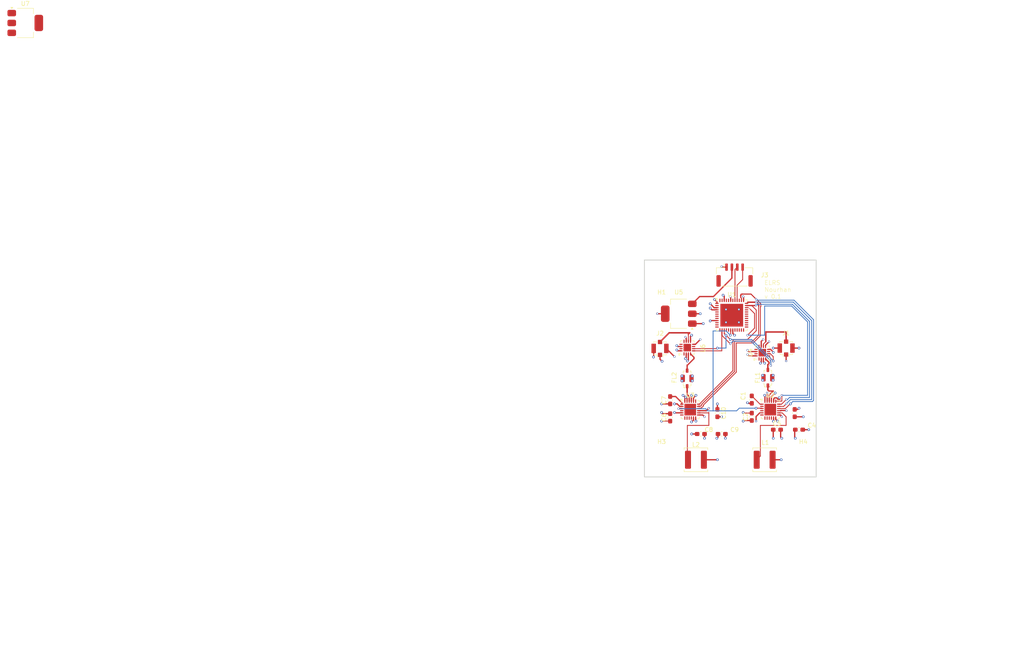
<source format=kicad_pcb>
(kicad_pcb (version 20241229) (generator "pcbnew") (generator_version "9.0")
  (layers (0 "F.Cu" signal) (4 "In1.Cu" signal) (6 "In2.Cu" signal) (2 "B.Cu" signal) (13 "F.Paste" user) (15 "B.Paste" user) (5 "F.SilkS" user "F.Silkscreen") (7 "B.SilkS" user "B.Silkscreen") (1 "F.Mask" user) (3 "B.Mask" user) (25 "Edge.Cuts" user))
  (net 0 "")
  (net 1 "Net-(FL1-IN)")
  (net 2 "Net-(FL1-OUT)")
  (net 4 "/RXEN1")
  (net 5 "+3.3V")
  (net 16 "/TX")
  (net 17 "/TXENO")
  (net 18 "/CS1")
  (net 20 "/CSO")
  (net 21 "/SCK")
  (net 27 "GND")
  (net 28 "/MISO")
  (net 29 "/RXENO")
  (net 31 "/TXEN1")
  (net 35 "/RX")
  (net 41 "/MOSI")
  (net 44 "Net-(U2-VR_PA)")
  (net 45 "Net-(U3-VR_PA)")
  (net 46 "Net-(FL2-IN)")
  (net 47 "Net-(FL2-OUT)")
  (net 48 "Net-(J1-In)")
  (net 49 "Net-(J2-In)")
  (net 50 "/VCC")
  (net 51 "Net-(U2-DCC_SW)")
  (net 52 "Net-(U3-DCC_SW)")
  (net 54 "/NRESET")
  (net 59 "Net-(U2-XTA)")
  (net 62 "/CS0")
  (net 63 "Net-(U3-XTA)")
  (footprint "Package_DFN_QFN:QFN-48-1EP_7x7mm_P0.5mm_EP5.3x5.3mm" (layer "F.Cu") (at 168.939 71.75055)
    (property "Reference" "U1")
    (property "Value" "ESP32-PICO-D4" (hide yes))
  )
  (footprint "Capacitor_SMD:C_0603_1608Metric_Pad1.08x0.95mm_HandSolder" (layer "F.Cu") (at 173.599 91.41055 90)
    (property "Reference" "C1")
    (property "Value" "10nF" (hide yes))
  )
  (footprint "Inductor_SMD:L_APV_ANR5045" (layer "F.Cu") (at 176.599 105.41055)
    (property "Reference" "L1")
    (property "Value" "15uH MPL-SES5040-150" (hide yes))
  )
  (footprint "Capacitor_SMD:C_0603_1608Metric_Pad1.08x0.95mm_HandSolder" (layer "F.Cu") (at 166.599 99.41055 180)
    (property "Reference" "C9")
    (property "Value" "100nF" (hide yes))
  )
  (footprint "MountingHole:MountingHole_3.2mm_M3" (layer "F.Cu") (at 152.599 105.41055)
    (property "Reference" "H3")
    (property "Value" "MountingHole" (hide yes))
  )
  (footprint "Capacitor_SMD:C_0603_1608Metric_Pad1.08x0.95mm_HandSolder" (layer "F.Cu") (at 184.599 98.41055 180)
    (property "Reference" "C4")
    (property "Value" "100nF" (hide yes))
  )
  (footprint "Capacitor_SMD:C_0603_1608Metric_Pad1.08x0.95mm_HandSolder" (layer "F.Cu") (at 154.599 95.54805 90)
    (property "Reference" "C6")
    (property "Value" "10nF" (hide yes))
  )
  (footprint "Capacitor_SMD:C_0603_1608Metric_Pad1.08x0.95mm_HandSolder" (layer "F.Cu") (at 165.599 94.54805 -90)
    (property "Reference" "C10")
    (property "Value" "100nF" (hide yes))
  )
  (footprint "MountingHole:MountingHole_3.2mm_M3" (layer "F.Cu") (at 184.599 62.41055)
    (property "Reference" "H2" (hide yes))
    (property "Value" "MountingHole" (hide yes))
  )
  (footprint "Package_DFN_QFN:QFN-16-1EP_3x3mm_P0.5mm_EP1.75x1.75mm" (layer "F.Cu") (at 176.059 80.47055 90)
    (property "Reference" "U4")
    (property "Value" "~")
  )
  (footprint "Filter:Filter_Mini-Circuits_FV1206-4" (layer "F.Cu") (at 158.549 86.47305 90)
    (property "Reference" "FL2")
    (property "Value" "BFCN-2450" (hide yes))
  )
  (footprint "MountingHole:MountingHole_3.2mm_M3" (layer "F.Cu") (at 152.599 62.41055)
    (property "Reference" "H1")
    (property "Value" "MountingHole" (hide yes))
  )
  (footprint "Connector_Coaxial:U.FL_Molex_MCRF_73412-0110_Vertical" (layer "F.Cu") (at 152.2365 79.48555 180)
    (property "Reference" "J2")
    (property "Value" "Conn_Coaxial" (hide yes))
  )
  (footprint "Package_TO_SOT_SMD:SOT-223-3_TabPin2" (layer "F.Cu") (at 156.599 71.41055 180)
    (property "Reference" "U5")
    (property "Value" "LM1117MP-3.3" (hide yes))
  )
  (footprint "Connector_Coaxial:U.FL_Molex_MCRF_73412-0110_Vertical" (layer "F.Cu") (at 181.599 79.41055 180)
    (property "Reference" "J1")
    (property "Value" "Conn_Coaxial" (hide yes))
  )
  (footprint "Capacitor_SMD:C_0603_1608Metric_Pad1.08x0.95mm_HandSolder" (layer "F.Cu") (at 179.4615 98.41055)
    (property "Reference" "C5")
    (property "Value" "470nF" (hide yes))
  )
  (footprint "Package_TO_SOT_SMD:SOT-223-3_TabPin2" (layer "F.Cu") (at 4.425 3.7)
    (property "Reference" "U7")
    (property "Value" "LM1117MP-3.3")
  )
  (footprint "Capacitor_SMD:C_0603_1608Metric_Pad1.08x0.95mm_HandSolder" (layer "F.Cu") (at 154.599 91.54805 90)
    (property "Reference" "C7")
    (property "Value" "10nF" (hide yes))
  )
  (footprint "Connector_JST:JST_GH_SM04B-GHS-TB_1x04-1MP_P1.25mm_Horizontal" (layer "F.Cu") (at 169.599 62.41055)
    (property "Reference" "J3")
    (property "Value" "Conn_01x04_Pin" (hide yes))
  )
  (footprint "Package_DFN_QFN:QFN-24-1EP_4x4mm_P0.5mm_EP2.7x2.7mm" (layer "F.Cu") (at 177.924 93.73555)
    (property "Reference" "U2")
    (property "Value" "~")
  )
  (footprint "Inductor_SMD:L_APV_ANR5045" (layer "F.Cu") (at 160.599 105.41055)
    (property "Reference" "L2")
    (property "Value" "15uH MPL-SE5040-150" (hide yes))
  )
  (footprint "MountingHole:MountingHole_3.2mm_M3" (layer "F.Cu") (at 184.599 105.41055)
    (property "Reference" "H4")
    (property "Value" "MountingHole" (hide yes))
  )
  (footprint "Capacitor_SMD:C_0603_1608Metric_Pad1.08x0.95mm_HandSolder" (layer "F.Cu") (at 183.599 94.54805 90)
    (property "Reference" "C3" (hide yes))
    (property "Value" "100nF" (hide yes))
  )
  (footprint "Capacitor_SMD:C_0603_1608Metric_Pad1.08x0.95mm_HandSolder" (layer "F.Cu") (at 173.599 95.41055 90)
    (property "Reference" "C2")
    (property "Value" "10nF" (hide yes))
  )
  (footprint "Package_DFN_QFN:QFN-16-1EP_3x3mm_P0.5mm_EP1.75x1.75mm" (layer "F.Cu") (at 158.584 79.29555 90)
    (property "Reference" "U6")
    (property "Value" "~")
  )
  (footprint "Capacitor_SMD:C_0603_1608Metric_Pad1.08x0.95mm_HandSolder" (layer "F.Cu") (at 161.7365 99.41055)
    (property "Reference" "C8")
    (property "Value" "470nF" (hide yes))
  )
  (footprint "Filter:Filter_Mini-Circuits_FV1206-4" (layer "F.Cu") (at 177.349 86.31055 90)
    (property "Reference" "FL1")
    (property "Value" "BFCN-2450" (hide yes))
  )
  (footprint "Package_DFN_QFN:QFN-24-1EP_4x4mm_P0.5mm_EP2.7x2.7mm" (layer "F.Cu") (at 159.274 93.73555)
    (property "Reference" "U3")
    (property "Value" "~")
  )
  (gr_rect (start 148.599 58.91055) (end 188.599 109.41055) (stroke (width 0.2)) (fill no) (layer "Edge.Cuts"))
  (gr_text "ELRS\nNourhan\nv 0.1" (at 176.5 68 0) (layer "F.SilkS") (effects (font (size 1 1) (thickness 0.1)) (justify left bottom)))
  (segment (start 177.674 90.33555) (end 178.599 89.41055) (width 0.3) (layer "F.Cu") (net 1))
  (segment (start 177.349 88.12555) (end 177.349 88.41055) (width 0.35) (layer "F.Cu") (net 1))
  (segment (start 177.674 91.77305) (end 177.674 90.33555) (width 0.3) (layer "F.Cu") (net 1))
  (segment (start 177.599 89.41055) (end 177.349 89.16055) (width 0.3) (layer "F.Cu") (net 1))
  (segment (start 178.599 89.41055) (end 177.599 89.41055) (width 0.3) (layer "F.Cu") (net 1))
  (segment (start 177.349 88.41055) (end 177.349 89.16055) (width 0.35) (layer "F.Cu") (net 1))
  (segment (start 177.599 88.41055) (end 177.349 88.41055) (width 0.3) (layer "F.Cu") (net 1))
  (segment (start 177.349 83.27805) (end 177.349 84.49555) (width 0.35) (layer "F.Cu") (net 2))
  (segment (start 177.619 82.74305) (end 177.619 83.00805) (width 0.25) (layer "F.Cu") (net 2))
  (segment (start 177.619 82.74305) (end 176.835 81.95905) (width 0.35) (layer "F.Cu") (net 2))
  (segment (start 177.619 83.00805) (end 177.349 83.27805) (width 0.35) (layer "F.Cu") (net 2))
  (segment (start 176.835 81.95905) (end 176.835 81.93305) (width 0.35) (layer "F.Cu") (net 2))
  (segment (start 169.189 75.20055) (end 169.189 76.00055) (width 0.3) (layer "F.Cu") (net 5))
  (segment (start 157.1215 80.04555) (end 156.334 80.04555) (width 0.3) (layer "F.Cu") (net 5))
  (segment (start 157.1215 79.04555) (end 156.334 79.04555) (width 0.3) (layer "F.Cu") (net 5))
  (segment (start 171.689 68.30055) (end 171.689 67.50055) (width 0.3) (layer "F.Cu") (net 5))
  (segment (start 160.024 95.69805) (end 160.024 96.19706) (width 0.3) (layer "F.Cu") (net 5))
  (segment (start 171.7365 94.54805) (end 171.599 94.41055) (width 0.2) (layer "F.Cu") (net 5))
  (segment (start 154.599 94.68555) (end 152.874 94.68555) (width 0.3) (layer "F.Cu") (net 5))
  (segment (start 172.929 80.22055) (end 172.619 79.91055) (width 0.3) (layer "F.Cu") (net 5))
  (segment (start 178.674 95.69805) (end 178.674 96.407759) (width 0.3) (layer "F.Cu") (net 5))
  (segment (start 172.929 81.22055) (end 172.619 80.91055) (width 0.3) (layer "F.Cu") (net 5))
  (segment (start 183.599 98.41055) (end 183.599 100.27305) (width 0.3) (layer "F.Cu") (net 5))
  (segment (start 180.40951 93.96155) (end 180.329282 93.96155) (width 0.3) (layer "F.Cu") (net 5))
  (segment (start 179.174 95.69805) (end 179.174 95.98555) (width 0.3) (layer "F.Cu") (net 5))
  (segment (start 164.329 70.50055) (end 163.919 70.09055) (width 0.3) (layer "F.Cu") (net 5))
  (segment (start 171.689 67.50055) (end 171.599 67.41055) (width 0.3) (layer "F.Cu") (net 5))
  (segment (start 168.689 68.30055) (end 168.689 67.50055) (width 0.3) (layer "F.Cu") (net 5))
  (segment (start 165.7365 99.41055) (end 165.7365 100.13555) (width 0.3) (layer "F.Cu") (net 5))
  (segment (start 179.8865 93.98555) (end 180.305282 93.98555) (width 0.1) (layer "F.Cu") (net 5))
  (segment (start 163.024 93.98555) (end 163.599 93.41055) (width 0.3) (layer "F.Cu") (net 5))
  (segment (start 164.829 70.00055) (end 163.919 69.09055) (width 0.3) (layer "F.Cu") (net 5))
  (segment (start 164.009 73.00055) (end 163.919 73.09055) (width 0.3) (layer "F.Cu") (net 5))
  (segment (start 156.81249 92.98555) (end 156.23749 92.41055) (width 0.3) (layer "F.Cu") (net 5))
  (segment (start 165.489 68.66055) (end 164.919 68.09055) (width 0.3) (layer "F.Cu") (net 5))
  (segment (start 163.024 93.98555) (end 161.2365 93.98555) (width 0.3) (layer "F.Cu") (net 5))
  (segment (start 165.489 73.00055) (end 164.009 73.00055) (width 0.3) (layer "F.Cu") (net 5))
  (segment (start 165.7365 100.13555) (end 165.4615 100.41055) (width 0.3) (layer "F.Cu") (net 5))
  (segment (start 156.23749 92.41055) (end 155.599 92.41055) (width 0.3) (layer "F.Cu") (net 5))
  (segment (start 181.63005 93.93655) (end 180.43451 93.93655) (width 0.3) (layer "F.Cu") (net 5))
  (segment (start 174.5965 81.22055) (end 172.929 81.22055) (width 0.3) (layer "F.Cu") (net 5))
  (segment (start 183.599 93.68555) (end 184.324 93.68555) (width 0.3) (layer "F.Cu") (net 5))
  (segment (start 160.024 96.19706) (end 159.61051 96.61055) (width 0.3) (layer "F.Cu") (net 5))
  (segment (start 165.599 95.41055) (end 166.599 95.41055) (width 0.3) (layer "F.Cu") (net 5))
  (segment (start 165.489 70.00055) (end 164.829 70.00055) (width 0.3) (layer "F.Cu") (net 5))
  (segment (start 159.61051 96.61055) (end 159.57308 96.61055) (width 0.3) (layer "F.Cu") (net 5))
  (segment (start 159.749 71.41055) (end 161.599 71.41055) (width 0.3) (layer "F.Cu") (net 5))
  (segment (start 160.524 96.33555) (end 160.599 96.41055) (width 0.3) (layer "F.Cu") (net 5))
  (segment (start 160.874 99.41055) (end 159.599 99.41055) (width 0.3) (layer "F.Cu") (net 5))
  (segment (start 161.3615 93.86055) (end 161.2365 93.98555) (width 0.01) (layer "F.Cu") (net 5))
  (segment (start 152.874 94.68555) (end 152.599 94.41055) (width 0.3) (layer "F.Cu") (net 5))
  (segment (start 157.3115 92.98555) (end 156.81249 92.98555) (width 0.3) (layer "F.Cu") (net 5))
  (segment (start 178.449 105.41055) (end 180.449 105.41055) (width 0.3) (layer "F.Cu") (net 5))
  (segment (start 165.489 69.00055) (end 165.489 68.66055) (width 0.3) (layer "F.Cu") (net 5))
  (segment (start 167.189 68.30055) (end 167.189 67.36055) (width 0.3) (layer "F.Cu") (net 5))
  (segment (start 162.449 105.41055) (end 165.599 105.41055) (width 0.3) (layer "F.Cu") (net 5))
  (segment (start 160.524 95.69805) (end 160.524 96.33555) (width 0.3) (layer "F.Cu") (net 5))
  (segment (start 184.324 93.68555) (end 184.599 93.41055) (width 0.3) (layer "F.Cu") (net 5))
  (segment (start 180.43451 93.93655) (end 180.40951 93.96155) (width 0.3) (layer "F.Cu") (net 5))
  (segment (start 169.189 76.00055) (end 169.599 76.41055) (width 0.3) (layer "F.Cu") (net 5))
  (segment (start 156.334 79.04555) (end 156.144 78.85555) (width 0.3) (layer "F.Cu") (net 5))
  (segment (start 179.174 95.98555) (end 179.599 96.41055) (width 0.3) (layer "F.Cu") (net 5))
  (segment (start 180.329282 93.96155) (end 180.305282 93.98555) (width 0.3) (layer "F.Cu") (net 5))
  (segment (start 153.449 71.41055) (end 151.599 71.41055) (width 0.3) (layer "F.Cu") (net 5))
  (segment (start 181.653716 93.960216) (end 181.63005 93.93655) (width 0.3) (layer "F.Cu") (net 5))
  (segment (start 183.599 100.27305) (end 183.7365 100.41055) (width 0.3) (layer "F.Cu") (net 5))
  (segment (start 173.599 94.54805) (end 171.7365 94.54805) (width 0.2) (layer "F.Cu") (net 5))
  (segment (start 178.674 96.407759) (end 178.632558 96.449201) (width 0.3) (layer "F.Cu") (net 5))
  (segment (start 168.689 67.50055) (end 168.599 67.41055) (width 0.3) (layer "F.Cu") (net 5))
  (segment (start 181.653716 93.993685) (end 181.653716 93.960216) (width 0.3) (layer "F.Cu") (net 5))
  (segment (start 178.599 98.41055) (end 178.599 100.41055) (width 0.3) (layer "F.Cu") (net 5))
  (segment (start 165.489 70.50055) (end 164.329 70.50055) (width 0.3) (layer "F.Cu") (net 5))
  (segment (start 174.5965 80.22055) (end 172.929 80.22055) (width 0.3) (layer "F.Cu") (net 5))
  (segment (start 167.189 67.36055) (end 166.919 67.09055) (width 0.3) (layer "F.Cu") (net 5))
  (segment (start 156.334 80.04555) (end 156.144 79.85555) (width 0.3) (layer "F.Cu") (net 5))
  (via (at 159.599 99.41055) (size 0.6) (drill 0.3) (layers "F.Cu" "B.Cu") (net 5))
  (via (at 180.449 105.41055) (size 0.6) (drill 0.3) (layers "F.Cu" "B.Cu") (net 5))
  (via (at 171.599 67.41055) (size 0.5) (drill 0.3) (layers "F.Cu" "B.Cu") (net 5))
  (via (at 168.599 67.41055) (size 0.5) (drill 0.3) (layers "F.Cu" "B.Cu") (net 5))
  (via (at 155.599 92.41055) (size 0.6) (drill 0.3) (layers "F.Cu" "B.Cu") (net 5))
  (via (at 171.599 94.41055) (size 0.6) (drill 0.3) (layers "F.Cu" "B.Cu") (net 5))
  (via (at 164.919 68.09055) (size 0.6) (drill 0.3) (layers "F.Cu" "B.Cu") (net 5))
  (via (at 169.599 76.41055) (size 0.6) (drill 0.3) (layers "F.Cu" "B.Cu") (net 5))
  (via (at 178.632558 96.449201) (size 0.6) (drill 0.3) (layers "F.Cu" "B.Cu") (net 5))
  (via (at 151.599 71.41055) (size 0.5) (drill 0.3) (layers "F.Cu" "B.Cu") (net 5))
  (via (at 179.599 96.41055) (size 0.6) (drill 0.3) (layers "F.Cu" "B.Cu") (net 5))
  (via (at 163.919 69.09055) (size 0.6) (drill 0.3) (layers "F.Cu" "B.Cu") (net 5))
  (via (at 165.599 105.41055) (size 0.6) (drill 0.3) (layers "F.Cu" "B.Cu") (net 5))
  (via (at 161.599 71.41055) (size 0.6) (drill 0.3) (layers "F.Cu" "B.Cu") (net 5))
  (via (at 166.919 67.09055) (size 0.6) (drill 0.3) (layers "F.Cu" "B.Cu") (net 5))
  (via (at 159.57308 96.61055) (size 0.6) (drill 0.3) (layers "F.Cu" "B.Cu") (net 5))
  (via (at 163.919 73.09055) (size 0.6) (drill 0.3) (layers "F.Cu" "B.Cu") (net 5))
  (via (at 156.144 78.85555) (size 0.6) (drill 0.3) (layers "F.Cu" "B.Cu") (net 5))
  (via (at 172.619 80.91055) (size 0.5) (drill 0.3) (layers "F.Cu" "B.Cu") (net 5))
  (via (at 160.599 96.41055) (size 0.6) (drill 0.3) (layers "F.Cu" "B.Cu") (net 5))
  (via (at 152.599 94.41055) (size 0.6) (drill 0.3) (layers "F.Cu" "B.Cu") (net 5))
  (via (at 156.144 79.85555) (size 0.6) (drill 0.3) (layers "F.Cu" "B.Cu") (net 5))
  (via (at 165.4615 100.41055) (size 0.6) (drill 0.3) (layers "F.Cu" "B.Cu") (net 5))
  (via (at 178.599 100.41055) (size 0.6) (drill 0.3) (layers "F.Cu" "B.Cu") (net 5))
  (via (at 183.7365 100.41055) (size 0.6) (drill 0.3) (layers "F.Cu" "B.Cu") (net 5))
  (via (at 163.599 93.41055) (size 0.5) (drill 0.3) (layers "F.Cu" "B.Cu") (net 5))
  (via (at 166.599 95.41055) (size 0.6) (drill 0.3) (layers "F.Cu" "B.Cu") (net 5))
  (via (at 181.653716 93.993685) (size 0.5) (drill 0.3) (layers "F.Cu" "B.Cu") (net 5))
  (via (at 163.919 70.09055) (size 0.6) (drill 0.3) (layers "F.Cu" "B.Cu") (net 5))
  (via (at 172.619 79.91055) (size 0.5) (drill 0.3) (layers "F.Cu" "B.Cu") (net 5))
  (via (at 184.599 93.41055) (size 0.6) (drill 0.3) (layers "F.Cu" "B.Cu") (net 5))
  (segment (start 169.689 68.30055) (end 169.689 61.09555) (width 0.2) (layer "F.Cu") (net 16))
  (segment (start 169.689 61.09555) (end 170.224 60.56055) (width 0.2) (layer "F.Cu") (net 16))
  (segment (start 168.599 78.41055) (end 166.689 76.50055) (width 0.2) (layer "F.Cu") (net 17))
  (segment (start 166.615 80.04555) (end 166.615 75.27455) (width 0.2) (layer "F.Cu") (net 17))
  (segment (start 160.0465 80.04555) (end 166.615 80.04555) (width 0.2) (layer "F.Cu") (net 17))
  (segment (start 178.045 83.465934) (end 178.037192 83.473742) (width 0.1) (layer "F.Cu") (net 17))
  (segment (start 166.689 76.50055) (end 166.689 75.20055) (width 0.2) (layer "F.Cu") (net 17))
  (segment (start 166.615 75.27455) (end 166.689 75.20055) (width 0.2) (layer "F.Cu") (net 17))
  (segment (start 178.045 81.74405) (end 178.045 83.465934) (width 0.1) (layer "F.Cu") (net 17))
  (segment (start 177.5215 81.22055) (end 178.045 81.74405) (width 0.1) (layer "F.Cu") (net 17))
  (via (at 178.037192 83.473742) (size 0.5) (drill 0.3) (layers "F.Cu" "B.Cu") (net 17))
  (via (at 168.599 78.41055) (size 0.5) (drill 0.3) (layers "F.Cu" "B.Cu") (net 17))
  (segment (start 169.198001 77.81155) (end 168.599001 78.41055) (width 0.2) (layer "B.Cu") (net 17))
  (segment (start 177.998 82.37665) (end 173.4329 77.81155) (width 0.2) (layer "B.Cu") (net 17))
  (segment (start 177.998 82.659493) (end 177.998 82.37665) (width 0.2) (layer "B.Cu") (net 17))
  (segment (start 178.037192 83.473742) (end 178.037192 82.698685) (width 0.2) (layer "B.Cu") (net 17))
  (segment (start 168.599001 78.41055) (end 168.599 78.41055) (width 0.2) (layer "B.Cu") (net 17))
  (segment (start 178.037192 82.698685) (end 177.998 82.659493) (width 0.2) (layer "B.Cu") (net 17))
  (segment (start 173.4329 77.81155) (end 169.198001 77.81155) (width 0.2) (layer "B.Cu") (net 17))
  (segment (start 173.248 70.369428) (end 172.879122 70.00055) (width 0.1) (layer "F.Cu") (net 18))
  (segment (start 172.599 76.41055) (end 174.198 74.81155) (width 0.2) (layer "F.Cu") (net 18))
  (segment (start 180.599 91.77305) (end 180.599 90.41055) (width 0.2) (layer "F.Cu") (net 18))
  (segment (start 179.174 91.77305) (end 180.599 91.77305) (width 0.2) (layer "F.Cu") (net 18))
  (segment (start 174.248 71.369428) (end 173.248 70.369428) (width 0.2) (layer "F.Cu") (net 18))
  (segment (start 172.879122 70.00055) (end 172.389 70.00055) (width 0.1) (layer "F.Cu") (net 18))
  (segment (start 174.248 74.76155) (end 174.248 71.369428) (width 0.2) (layer "F.Cu") (net 18))
  (segment (start 174.198 74.81155) (end 174.198 74.76155) (width 0.2) (layer "F.Cu") (net 18))
  (via (at 172.599 76.41055) (size 0.5) (drill 0.3) (layers "F.Cu" "B.Cu") (net 18))
  (via (at 180.599 90.41055) (size 0.5) (drill 0.3) (layers "F.Cu" "B.Cu") (net 18))
  (segment (start 182.887567 69.612547) (end 176.599 69.612547) (width 0.2) (layer "B.Cu") (net 18))
  (segment (start 176.599 69.612547) (end 176.599 76.41055) (width 0.2) (layer "B.Cu") (net 18))
  (segment (start 186.599 73.32398) (end 182.887567 69.612547) (width 0.2) (layer "B.Cu") (net 18))
  (segment (start 176.599 76.41055) (end 172.599 76.41055) (width 0.2) (layer "B.Cu") (net 18))
  (segment (start 186.599 90.41055) (end 186.599 73.32398) (width 0.2) (layer "B.Cu") (net 18))
  (segment (start 180.599 90.41055) (end 186.599 90.41055) (width 0.2) (layer "B.Cu") (net 18))
  (segment (start 179.8865 92.48555) (end 180.524 92.48555) (width 0.2) (layer "F.Cu") (net 21))
  (segment (start 174.509 69.50055) (end 173.599 69.50055) (width 0.3) (layer "F.Cu") (net 21))
  (segment (start 174.649 70.55055) (end 173.599 69.50055) (width 0.2) (layer "F.Cu") (net 21))
  (segment (start 172.389 69.50055) (end 173.599 69.50055) (width 0.3) (layer "F.Cu") (net 21))
  (segment (start 169.198 77.64545) (end 169.4329 77.41055) (width 0.2) (layer "F.Cu") (net 21))
  (segment (start 161.2365 92.48555) (end 161.38025 92.48555) (width 0.2) (layer "F.Cu") (net 21))
  (segment (start 169.198 84.6678) (end 169.198 77.64545) (width 0.2) (layer "F.Cu") (net 21))
  (segment (start 174.649 75.36055) (end 174.649 70.55055) (width 0.2) (layer "F.Cu") (net 21))
  (segment (start 174.599 69.41055) (end 174.509 69.50055) (width 0.3) (layer "F.Cu") (net 21))
  (segment (start 172.599 77.41055) (end 174.649 75.36055) (width 0.2) (layer "F.Cu") (net 21))
  (segment (start 169.4329 77.41055) (end 172.599 77.41055) (width 0.2) (layer "F.Cu") (net 21))
  (segment (start 161.38025 92.48555) (end 169.198 84.6678) (width 0.2) (layer "F.Cu") (net 21))
  (segment (start 180.524 92.48555) (end 181.599 91.41055) (width 0.2) (layer "F.Cu") (net 21))
  (via (at 174.599 69.41055) (size 0.5) (drill 0.3) (layers "F.Cu" "B.Cu") (net 21))
  (via (at 181.599 91.41055) (size 0.5) (drill 0.3) (layers "F.Cu" "B.Cu") (net 21))
  (segment (start 174.847943 69.311547) (end 174.698003 69.311547) (width 0.3) (layer "B.Cu") (net 21))
  (segment (start 174.947943 69.211547) (end 174.847943 69.311547) (width 0.3) (layer "B.Cu") (net 21))
  (segment (start 183.053667 69.211547) (end 174.947943 69.211547) (width 0.2) (layer "B.Cu") (net 21))
  (segment (start 181.89048 91.41055) (end 182.39148 90.90955) (width 0.2) (layer "B.Cu") (net 21))
  (segment (start 182.39148 90.90955) (end 187.046 90.90955) (width 0.2) (layer "B.Cu") (net 21))
  (segment (start 174.698003 69.311547) (end 174.599 69.41055) (width 0.3) (layer "B.Cu") (net 21))
  (segment (start 181.599 91.41055) (end 181.89048 91.41055) (width 0.2) (layer "B.Cu") (net 21))
  (segment (start 187.046 73.20388) (end 183.053667 69.211547) (width 0.2) (layer "B.Cu") (net 21))
  (segment (start 187.046 90.90955) (end 187.046 73.20388) (width 0.2) (layer "B.Cu") (net 21))
  (segment (start 168.939 72.07055) (end 167.599 73.41055) (width 0.3) (layer "F.Cu") (net 27))
  (segment (start 174.599 95.34904) (end 174.599 96.41055) (width 0.3) (layer "F.Cu") (net 27))
  (segment (start 178.93849 91.00955) (end 178.698 91.25004) (width 0.3) (layer "F.Cu") (net 27))
  (segment (start 158.334 80.75805) (end 158.334 81.66555) (width 0.3) (layer "F.Cu") (net 27))
  (segment (start 180.324 100.13555) (end 180.599 100.41055) (width 0.3) (layer "F.Cu") (net 27))
  (segment (start 176.309 81.93305) (end 176.309 82.60055) (width 0.3) (layer "F.Cu") (net 27))
  (segment (start 180.124 79.41055) (end 178.599 79.41055) (width 0.3) (layer "F.Cu") (net 27))
  (segment (start 158.334 77.04555) (end 158.144 76.85555) (width 0.1) (layer "F.Cu") (net 27))
  (segment (start 162.599 99.41055) (end 162.599 99.68555) (width 0.3) (layer "F.Cu") (net 27))
  (segment (start 160.0465 78.54555) (end 160.464 78.54555) (width 0.3) (layer "F.Cu") (net 27))
  (segment (start 173.599 96.27305) (end 171.7365 96.27305) (width 0.3) (layer "F.Cu") (net 27))
  (segment (start 183.599 95.41055) (end 185.599 95.41055) (width 0.3) (layer "F.Cu") (net 27))
  (segment (start 179.40951 91.00955) (end 178.93849 91.00955) (width 0.3) (layer "F.Cu") (net 27))
  (segment (start 178.599 80.32404) (end 178.599 80.41055) (width 0.3) (layer "F.Cu") (net 27))
  (segment (start 162.174 94.98555) (end 162.599 95.41055) (width 0.3) (layer "F.Cu") (net 27))
  (segment (start 159.334 76.67555) (end 159.599 76.41055) (width 0.3) (layer "F.Cu") (net 27))
  (segment (start 175.46249 94.48555) (end 174.599 95.34904) (width 0.3) (layer "F.Cu") (net 27))
  (segment (start 176.809 78.72055) (end 177.619 77.91055) (width 0.3) (layer "F.Cu") (net 27))
  (segment (start 167.4615 99.41055) (end 167.4615 100.41055) (width 0.3) (layer "F.Cu") (net 27))
  (segment (start 155.674 94.48555) (end 155.599 94.41055) (width 0.3) (layer "F.Cu") (net 27))
  (segment (start 177.174 91.77305) (end 177.174 89.869434) (width 0.3) (layer "F.Cu") (net 27))
  (segment (start 178.174 91.77305) (end 178.174 90.75479) (width 0.3) (layer "F.Cu") (net 27))
  (segment (start 180.174 94.98555) (end 180.599 95.41055) (width 0.3) (layer "F.Cu") (net 27))
  (segment (start 158.334 77.83305) (end 158.334 77.04555) (width 0.3) (layer "F.Cu") (net 27))
  (segment (start 162.599 99.41055) (end 162.599 100.41055) (width 0.3) (layer "F.Cu") (net 27))
  (segment (start 179.999 90.95955) (end 180.148 91.10855) (width 0.3) (layer "F.Cu") (net 27))
  (segment (start 152.2365 82.01055) (end 152.7115 82.48555) (width 0.3) (layer "F.Cu") (net 27))
  (segment (start 173.599 92.27305) (end 172.7365 92.27305) (width 0.3) (layer "F.Cu") (net 27))
  (segment (start 181.599 80.91055) (end 181.599 82.41055) (width 0.3) (layer "F.Cu") (net 27))
  (segment (start 171.7365 96.27305) (end 171.599 96.41055) (width 0.3) (layer "F.Cu") (net 27))
  (segment (start 178.698 91.25004) (end 178.698 91.77305) (width 0.3) (layer "F.Cu") (net 27))
  (segment (start 159.749 73.71055) (end 159.899 73.71055) (width 0.2) (layer "F.Cu") (net 27))
  (segment (start 154.599 96.41055) (end 152.599 96.41055) (width 0.2) (layer "F.Cu") (net 27))
  (segment (start 160.024 90.98555) (end 160.599 90.41055) (width 0.3) (layer "F.Cu") (net 27))
  (segment (start 154.599 92.41055) (end 152.599 92.41055) (width 0.3) (layer "F.Cu") (net 27))
  (segment (start 160.464 78.54555) (end 161.599 77.41055) (width 0.3) (layer "F.Cu") (net 27))
  (segment (start 169.259 71.75055) (end 170.599 70.41055) (width 0.3) (layer "F.Cu") (net 27))
  (segment (start 175.809 77.84555) (end 176.244 77.41055) (width 0.3) (layer "F.Cu") (net 27))
  (segment (start 165.599 93.68555) (end 165.599 92.41055) (width 0.3) (layer "F.Cu") (net 27))
  (segment (start 167.724 60.56055) (end 166.749 60.56055) (width 0.3) (layer "F.Cu") (net 27))
  (segment (start 179.8865 94.98555) (end 180.174 94.98555) (width 0.1) (layer "F.Cu") (net 27))
  (segment (start 175.809 82.72055) (end 175.619 82.91055) (width 0.3) (layer "F.Cu") (net 27))
  (segment (start 179.65 91.25004) (end 179.40951 91.00955) (width 0.3) (layer "F.Cu") (net 27))
  (segment (start 168.939 71.75055) (end 168.939 72.07055) (width 0.3) (layer "F.Cu") (net 27))
  (segment (start 150.7615 81.43555) (end 150.7115 81.48555) (width 0.3) (layer "F.Cu") (net 27))
  (segment (start 153.7115 79.52305) (end 155.599 81.41055) (width 0.3) (layer "F.Cu") (net 27))
  (segment (start 159.749 73.71055) (end 162.299 73.71055) (width 0.3) (layer "F.Cu") (net 27))
  (segment (start 183.074 79.41055) (end 184.599 79.41055) (width 0.3) (layer "F.Cu") (net 27))
  (segment (start 158.334 81.66555) (end 158.144 81.85555) (width 0.3) (layer "F.Cu") (net 27))
  (segment (start 180.148 91.10855) (end 180.148 91.32205) (width 0.3) (layer "F.Cu") (net 27))
  (segment (start 176.309 82.60055) (end 176.619 82.91055) (width 0.3) (layer "F.Cu") (net 27))
  (segment (start 179.65 91.32205) (end 179.65 91.25004) (width 0.3) (layer "F.Cu") (net 27))
  (segment (start 150.7615 79.48555) (end 150.7615 81.43555) (width 0.3) (layer "F.Cu") (net 27))
  (segment (start 180.324 98.41055) (end 180.324 100.13555) (width 0.3) (layer "F.Cu") (net 27))
  (segment (start 157.599 90.41055) (end 158.024 90.83555) (width 0.3) (layer "F.Cu") (net 27))
  (segment (start 159.524 91.77305) (end 159.524 90.48555) (width 0.3) (layer "F.Cu") (net 27))
  (segment (start 158.524 91.148384) (end 158.524 91.77305) (width 0.3) (layer "F.Cu") (net 27))
  (segment (start 176.809 79.00805) (end 176.809 78.72055) (width 0.1) (layer "F.Cu") (net 27))
  (segment (start 185.4615 98.41055) (end 186.874 98.41055) (width 0.3) (layer "F.Cu") (net 27))
  (segment (start 175.809 81.93305) (end 175.809 82.72055) (width 0.3) (layer "F.Cu") (net 27))
  (segment (start 153.7115 79.48555) (end 153.7115 79.52305) (width 0.3) (layer "F.Cu") (net 27))
  (segment (start 172.7365 92.27305) (end 172.599 92.13555) (width 0.3) (layer "F.Cu") (net 27))
  (segment (start 152.2365 80.98555) (end 152.2365 82.01055) (width 0.3) (layer "F.Cu") (net 27))
  (segment (start 180.148 91.32205) (end 179.65 91.32205) (width 0.3) (layer "F.Cu") (net 27))
  (segment (start 160.024 91.77305) (end 160.024 90.98555) (width 0.3) (layer "F.Cu") (net 27))
  (segment (start 175.809 79.00805) (end 175.809 77.84555) (width 0.3) (layer "F.Cu") (net 27))
  (segment (start 166.749 60.56055) (end 166.599 60.41055) (width 0.3) (layer "F.Cu") (net 27))
  (segment (start 168.939 71.75055) (end 167.599 70.41055) (width 0.3) (layer "F.Cu") (net 27))
  (segment (start 158.024 90.83555) (end 158.024 91.77305) (width 0.3) (layer "F.Cu") (net 27))
  (segment (start 176.674 91.77305) (end 176.674 90.48555) (width 0.3) (layer "F.Cu") (net 27))
  (segment (start 168.939 71.75055) (end 170.599 73.41055) (width 0.3) (layer "F.Cu") (net 27))
  (segment (start 179.8865 94.98555) (end 180.38551 94.98555) (width 0.3) (layer "F.Cu") (net 27))
  (segment (start 177.5215 79.72055) (end 177.99551 79.72055) (width 0.3) (layer "F.Cu") (net 27))
  (segment (start 161.2365 94.98555) (end 162.174 94.98555) (width 0.3) (layer "F.Cu") (net 27))
  (segment (start 158.198068 90.822452) (end 158.524 91.148384) (width 0.3) (layer "F.Cu") (net 27))
  (segment (start 177.99551 79.72055) (end 178.599 80.32404) (width 0.3) (layer "F.Cu") (net 27))
  (segment (start 168.939 71.75055) (end 169.259 71.75055) (width 0.3) (layer "F.Cu") (net 27))
  (segment (start 158.834 82.17555) (end 158.599 82.41055) (width 0.3) (layer "F.Cu") (net 27))
  (segment (start 178.174 90.75479) (end 179.05862 89.87017) (width 0.3) (layer "F.Cu") (net 27))
  (segment (start 159.524 90.48555) (end 159.599 90.41055) (width 0.3) (layer "F.Cu") (net 27))
  (segment (start 157.3115 94.48555) (end 155.674 94.48555) (width 0.3) (layer "F.Cu") (net 27))
  (segment (start 178.698 91.77305) (end 178.674 91.77305) (width 0.3) (layer "F.Cu") (net 27))
  (segment (start 176.674 90.48555) (end 176.599 90.41055) (width 0.3) (layer "F.Cu") (net 27))
  (segment (start 177.174 89.869434) (end 177.157058 89.852492) (width 0.25) (layer "F.Cu") (net 27))
  (segment (start 159.334 77.83305) (end 159.334 76.67555) (width 0.3) (layer "F.Cu") (net 27))
  (segment (start 158.834 80.75805) (end 158.834 82.17555) (width 0.3) (layer "F.Cu") (net 27))
  (via (at 167.599 70.41055) (size 0.5) (drill 0.3) (layers "F.Cu" "B.Cu") (net 27))
  (via (at 179.999 90.95955) (size 0.6) (drill 0.3) (layers "F.Cu" "B.Cu") (net 27))
  (via (at 158.144 81.85555) (size 0.6) (drill 0.3) (layers "F.Cu" "B.Cu") (net 27))
  (via (at 175.619 82.91055) (size 0.6) (drill 0.3) (layers "F.Cu" "B.Cu") (net 27))
  (via (at 152.599 92.41055) (size 0.6) (drill 0.3) (layers "F.Cu" "B.Cu") (net 27))
  (via (at 174.599 96.41055) (size 0.5) (drill 0.3) (layers "F.Cu" "B.Cu") (net 27))
  (via (at 158.198068 90.822452) (size 0.6) (drill 0.3) (layers "F.Cu" "B.Cu") (net 27))
  (via (at 155.599 94.41055) (size 0.6) (drill 0.3) (layers "F.Cu" "B.Cu") (net 27))
  (via (at 181.599 82.41055) (size 0.5) (drill 0.3) (layers "F.Cu" "B.Cu") (net 27))
  (via (at 162.599 100.41055) (size 0.6) (drill 0.3) (layers "F.Cu" "B.Cu") (net 27))
  (via (at 177.157058 89.852492) (size 0.5) (drill 0.3) (layers "F.Cu" "B.Cu") (net 27))
  (via (at 161.599 77.41055) (size 0.5) (drill 0.3) (layers "F.Cu" "B.Cu") (net 27))
  (via (at 167.4615 100.41055) (size 0.6) (drill 0.3) (layers "F.Cu" "B.Cu") (net 27))
  (via (at 185.599 95.41055) (size 0.6) (drill 0.3) (layers "F.Cu" "B.Cu") (net 27))
  (via (at 179.05862 89.87017) (size 0.6) (drill 0.3) (layers "F.Cu" "B.Cu") (net 27))
  (via (at 162.299 73.71055) (size 0.6) (drill 0.3) (layers "F.Cu" "B.Cu") (net 27))
  (via (at 166.599 60.41055) (size 0.5) (drill 0.3) (layers "F.Cu" "B.Cu") (net 27))
  (via (at 178.599 79.41055) (size 0.6) (drill 0.3) (layers "F.Cu" "B.Cu") (net 27))
  (via (at 184.599 79.41055) (size 0.6) (drill 0.3) (layers "F.Cu" "B.Cu") (net 27))
  (via (at 172.599 92.13555) (size 0.6) (drill 0.3) (layers "F.Cu" "B.Cu") (net 27))
  (via (at 170.599 70.41055) (size 0.5) (drill 0.3) (layers "F.Cu" "B.Cu") (net 27))
  (via (at 176.244 77.41055) (size 0.5) (drill 0.3) (layers "F.Cu" "B.Cu") (net 27))
  (via (at 167.599 73.41055) (size 0.5) (drill 0.3) (layers "F.Cu" "B.Cu") (net 27))
  (via (at 177.619 77.91055) (size 0.5) (drill 0.3) (layers "F.Cu" "B.Cu") (net 27))
  (via (at 170.599 73.41055) (size 0.5) (drill 0.3) (layers "F.Cu" "B.Cu") (net 27))
  (via (at 158.599 82.41055) (size 0.6) (drill 0.3) (layers "F.Cu" "B.Cu") (net 27))
  (via (at 160.599 90.41055) (size 0.6) (drill 0.3) (layers "F.Cu" "B.Cu") (net 27))
  (via (at 180.599 95.41055) (size 0.5) (drill 0.3) (layers "F.Cu" "B.Cu") (net 27))
  (via (at 159.599 76.41055) (size 0.6) (drill 0.3) (layers "F.Cu" "B.Cu") (net 27))
  (via (at 159.599 90.41055) (size 0.6) (drill 0.3) (layers "F.Cu" "B.Cu") (net 27))
  (via (at 152.599 96.41055) (size 0.6) (drill 0.3) (layers "F.Cu" "B.Cu") (net 27))
  (via (at 158.144 76.85555) (size 0.5) (drill 0.3) (layers "F.Cu" "B.Cu") (net 27))
  (via (at 171.599 96.41055) (size 0.6) (drill 0.3) (layers "F.Cu" "B.Cu") (net 27))
  (via (at 165.599 92.41055) (size 0.6) (drill 0.3) (layers "F.Cu" "B.Cu") (net 27))
  (via (at 178.599 80.41055) (size 0.6) (drill 0.3) (layers "F.Cu" "B.Cu") (net 27))
  (via (at 162.599 95.41055) (size 0.5) (drill 0.3) (layers "F.Cu" "B.Cu") (net 27))
  (via (at 157.599 90.41055) (size 0.6) (drill 0.3) (layers "F.Cu" "B.Cu") (net 27))
  (via (at 180.599 100.41055) (size 0.6) (drill 0.3) (layers "F.Cu" "B.Cu") (net 27))
  (via (at 176.599 90.41055) (size 0.6) (drill 0.3) (layers "F.Cu" "B.Cu") (net 27))
  (via (at 155.599 81.41055) (size 0.5) (drill 0.3) (layers "F.Cu" "B.Cu") (net 27))
  (via (at 176.619 82.91055) (size 0.6) (drill 0.3) (layers "F.Cu" "B.Cu") (net 27))
  (via (at 150.7115 81.48555) (size 0.6) (drill 0.3) (layers "F.Cu" "B.Cu") (net 27))
  (via (at 152.7115 82.48555) (size 0.6) (drill 0.3) (layers "F.Cu" "B.Cu") (net 27))
  (via (at 186.874 98.41055) (size 0.6) (drill 0.3) (layers "F.Cu" "B.Cu") (net 27))
  (segment (start 171.089336 66.85955) (end 171.048 66.900886) (width 0.2) (layer "F.Cu") (net 28))
  (segment (start 179.8865 93.48555) (end 181.44324 93.48555) (width 0.2) (layer "F.Cu") (net 28))
  (segment (start 173.9312 78.21255) (end 175.599 76.54475) (width 0.2) (layer "F.Cu") (net 28))
  (segment (start 165.599 89.401) (end 170 85) (width 0.2) (layer "F.Cu") (net 28))
  (segment (start 162.351 92.866448) (end 162.351 92.649) (width 0.2) (layer "F.Cu") (net 28))
  (segment (start 175.601 69.012544) (end 175.601 68.995507) (width 0.2) (layer "F.Cu") (net 28))
  (segment (start 174.748003 68.159547) (end 173.398006 66.80955) (width 0.2) (layer "F.Cu") (net 28))
  (segment (start 174.599 68.010544) (end 173.448006 66.85955) (width 0.2) (layer "F.Cu") (net 28))
  (segment (start 161.837798 93.31255) (end 161.904898 93.31255) (width 0.2) (layer "F.Cu") (net 28))
  (segment (start 174.927232 68.259547) (end 174.827232 68.159547) (width 0.2) (layer "F.Cu") (net 28))
  (segment (start 175.19994 68.523737) (end 174.93575 68.259547) (width 0.2) (layer "F.Cu") (net 28))
  (segment (start 173.448006 66.85955) (end 171.089336 66.85955) (width 0.2) (layer "F.Cu") (net 28))
  (segment (start 171.048 67.638782) (end 171.189 67.779782) (width 0.2) (layer "F.Cu") (net 28))
  (segment (start 171.350057 66.80955) (end 170.998 67.161607) (width 0.3) (layer "F.Cu") (net 28))
  (segment (start 175.701 69.112544) (end 175.601 69.012544) (width 0.2) (layer "F.Cu") (net 28))
  (segment (start 164.41055 90.599) (end 165.599 89.41055) (width 0.2) (layer "F.Cu") (net 28))
  (segment (start 161.2365 93.48555) (end 161.3105 93.41155) (width 0.2) (layer "F.Cu") (net 28))
  (segment (start 174.93575 68.259547) (end 174.927232 68.259547) (width 0.2) (layer "F.Cu") (net 28))
  (segment (start 175.701 69.70655) (end 175.701 69.112544) (width 0.2) (layer "F.Cu") (net 28))
  (segment (start 181.44324 93.48555) (end 182.51824 92.41055) (width 0.2) (layer "F.Cu") (net 28))
  (segment (start 175.599 69.80855) (end 175.701 69.70655) (width 0.2) (layer "F.Cu") (net 28))
  (segment (start 170 85) (end 170 78.21255) (width 0.2) (layer "F.Cu") (net 28))
  (segment (start 170.998 67.161607) (end 170.998 67.62304) (width 0.2) (layer "F.Cu") (net 28))
  (segment (start 161.3105 93.41155) (end 161.738798 93.41155) (width 0.2) (layer "F.Cu") (net 28))
  (segment (start 171.189 67.779782) (end 171.189 68.30055) (width 0.2) (layer "F.Cu") (net 28))
  (segment (start 175.19994 68.594447) (end 175.19994 68.523737) (width 0.2) (layer "F.Cu") (net 28))
  (segment (start 164.401 90.599) (end 164.41055 90.599) (width 0.2) (layer "F.Cu") (net 28))
  (segment (start 171.048 66.900886) (end 171.048 67.638782) (width 0.2) (layer "F.Cu") (net 28))
  (segment (start 175.599 76.54475) (end 175.599 69.80855) (width 0.2) (layer "F.Cu") (net 28))
  (segment (start 170 78.21255) (end 173.9312 78.21255) (width 0.2) (layer "F.Cu") (net 28))
  (segment (start 161.904898 93.31255) (end 162.351 92.866448) (width 0.2) (layer "F.Cu") (net 28))
  (segment (start 182.51824 92.41055) (end 182.599 92.41055) (width 0.2) (layer "F.Cu") (net 28))
  (segment (start 161.738798 93.41155) (end 161.837798 93.31255) (width 0.2) (layer "F.Cu") (net 28))
  (segment (start 174.827232 68.159547) (end 174.748003 68.159547) (width 0.2) (layer "F.Cu") (net 28))
  (segment (start 173.398006 66.80955) (end 171.350057 66.80955) (width 0.2) (layer "F.Cu") (net 28))
  (segment (start 162.351 92.649) (end 164.401 90.599) (width 0.2) (layer "F.Cu") (net 28))
  (segment (start 165.599 89.41055) (end 165.599 89.401) (width 0.2) (layer "F.Cu") (net 28))
  (segment (start 175.601 68.995507) (end 175.19994 68.594447) (width 0.2) (layer "F.Cu") (net 28))
  (via (at 174.599 68.010544) (size 0.5) (drill 0.3) (layers "F.Cu" "B.Cu") (net 28))
  (via (at 182.599 92.41055) (size 0.6) (drill 0.3) (layers "F.Cu" "B.Cu") (net 28))
  (segment (start 174.748003 68.159547) (end 174.599 68.010544) (width 0.2) (layer "B.Cu") (net 28))
  (segment (start 174.927232 68.259547) (end 174.827232 68.159547) (width 0.2) (layer "B.Cu") (net 28))
  (segment (start 187.998 72.80955) (end 183.447997 68.259547) (width 0.2) (layer "B.Cu") (net 28))
  (segment (start 187.998 91.59736) (end 187.998 72.80955) (width 0.2) (layer "B.Cu") (net 28))
  (segment (start 187.73381 91.86155) (end 187.998 91.59736) (width 0.2) (layer "B.Cu") (net 28))
  (segment (start 183.148 91.86155) (end 187.73381 91.86155) (width 0.2) (layer "B.Cu") (net 28))
  (segment (start 183.447997 68.259547) (end 174.927232 68.259547) (width 0.2) (layer "B.Cu") (net 28))
  (segment (start 174.827232 68.159547) (end 174.748003 68.159547) (width 0.2) (layer "B.Cu") (net 28))
  (segment (start 182.599 92.41055) (end 183.148 91.86155) (width 0.2) (layer "B.Cu") (net 28))
  (segment (start 160.0465 79.54555) (end 165.464 79.54555) (width 0.2) (layer "F.Cu") (net 29))
  (segment (start 167.599 76.41055) (end 167.189 76.00055) (width 0.2) (layer "F.Cu") (net 29))
  (segment (start 177.5215 80.72055) (end 177.924798 80.72055) (width 0.2) (layer "F.Cu") (net 29))
  (segment (start 168.599 77.41055) (end 167.189 76.00055) (width 0.2) (layer "F.Cu") (net 29))
  (segment (start 165.464 79.54555) (end 165.599 79.41055) (width 0.2) (layer "F.Cu") (net 29))
  (segment (start 177.924798 80.72055) (end 178.599 81.394752) (width 0.2) (layer "F.Cu") (net 29))
  (segment (start 178.599 81.394752) (end 178.599 82.41055) (width 0.2) (layer "F.Cu") (net 29))
  (segment (start 167.189 76.00055) (end 167.189 75.20055) (width 0.2) (layer "F.Cu") (net 29))
  (via (at 178.599 82.41055) (size 0.6) (drill 0.3) (layers "F.Cu" "B.Cu") (net 29))
  (via (at 167.599 76.41055) (size 0.6) (drill 0.3) (layers "F.Cu" "B.Cu") (net 29))
  (via (at 168.599 77.41055) (size 0.6) (drill 0.3) (layers "F.Cu" "B.Cu") (net 29))
  (via (at 165.599 79.41055) (size 0.6) (drill 0.3) (layers "F.Cu" "B.Cu") (net 29))
  (segment (start 173.599 77.41055) (end 168.599 77.41055) (width 0.2) (layer "B.Cu") (net 29))
  (segment (start 167.599 79.41055) (end 167.599 76.41055) (width 0.2) (layer "B.Cu") (net 29))
  (segment (start 165.599 79.41055) (end 167.599 79.41055) (width 0.2) (layer "B.Cu") (net 29))
  (segment (start 178.599 82.41055) (end 173.599 77.41055) (width 0.2) (layer "B.Cu") (net 29))
  (segment (start 170.189 68.30055) (end 170.189 64.75939) (width 0.2) (layer "F.Cu") (net 35))
  (segment (start 171.474 63.47439) (end 171.474 60.56055) (width 0.2) (layer "F.Cu") (net 35))
  (segment (start 170.189 64.75939) (end 171.474 63.47439) (width 0.2) (layer "F.Cu") (net 35))
  (segment (start 175.15 69.638782) (end 175.15 69.182318) (width 0.2) (layer "F.Cu") (net 41))
  (segment (start 175.129289 69.161607) (end 175.2 69.161607) (width 0.2) (layer "F.Cu") (net 41))
  (segment (start 175.198 76.37865) (end 175.198 69.64245) (width 0.2) (layer "F.Cu") (net 41))
  (segment (start 161.2365 92.98555) (end 161.2365 92.91155) (width 0.2) (layer "F.Cu") (net 41))
  (segment (start 179.8865 92.98555) (end 181.024 92.98555) (width 0.2) (layer "F.Cu") (net 41))
  (segment (start 161.95 92.700348) (end 161.95 92.4829) (width 0.2) (layer "F.Cu") (net 41))
  (segment (start 169.599 77.81155) (end 173.7651 77.81155) (width 0.2) (layer "F.Cu") (net 41))
  (segment (start 175.15 69.182318) (end 175.129289 69.161607) (width 0.2) (layer "F.Cu") (net 41))
  (segment (start 181.024 92.98555) (end 181.599 92.41055) (width 0.2) (layer "F.Cu") (net 41))
  (segment (start 161.95 92.4829) (end 169.599 84.8339) (width 0.2) (layer "F.Cu") (net 41))
  (segment (start 173.7651 77.81155) (end 175.198 76.37865) (width 0.2) (layer "F.Cu") (net 41))
  (segment (start 172.679003 68.710547) (end 172.389 69.00055) (width 0.2) (layer "F.Cu") (net 41))
  (segment (start 174.74894 68.710547) (end 172.679003 68.710547) (width 0.3) (layer "F.Cu") (net 41))
  (segment (start 175.198 69.64245) (end 175.3 69.54045) (width 0.2) (layer "F.Cu") (net 41))
  (segment (start 161.738798 92.91155) (end 161.95 92.700348) (width 0.2) (layer "F.Cu") (net 41))
  (segment (start 175.3 69.54045) (end 175.3 69.488782) (width 0.2) (layer "F.Cu") (net 41))
  (segment (start 161.2365 92.91155) (end 161.738798 92.91155) (width 0.2) (layer "F.Cu") (net 41))
  (segment (start 174.599 68.710547) (end 172.679003 68.710547) (width 0.3) (layer "F.Cu") (net 41))
  (segment (start 175.3 69.488782) (end 175.15 69.638782) (width 0.2) (layer "F.Cu") (net 41))
  (segment (start 175.2 69.161607) (end 174.74894 68.710547) (width 0.2) (layer "F.Cu") (net 41))
  (segment (start 169.599 84.8339) (end 169.599 77.81155) (width 0.2) (layer "F.Cu") (net 41))
  (via (at 181.599 92.41055) (size 0.5) (drill 0.3) (layers "F.Cu" "B.Cu") (net 41))
  (via (at 174.599 68.710547) (size 0.5) (drill 0.3) (layers "F.Cu" "B.Cu") (net 41))
  (segment (start 187.547 72.99636) (end 183.261187 68.710547) (width 0.2) (layer "B.Cu") (net 41))
  (segment (start 182.599 91.41055) (end 187.547 91.41055) (width 0.2) (layer "B.Cu") (net 41))
  (segment (start 181.599 92.41055) (end 182.599 91.41055) (width 0.2) (layer "B.Cu") (net 41))
  (segment (start 183.261187 68.710547) (end 174.599 68.710547) (width 0.2) (layer "B.Cu") (net 41))
  (segment (start 187.547 91.41055) (end 187.547 72.99636) (width 0.2) (layer "B.Cu") (net 41))
  (segment (start 175.9615 92.48555) (end 175.5365 92.48555) (width 0.2) (layer "F.Cu") (net 44))
  (segment (start 175.5365 92.48555) (end 173.599 90.54805) (width 0.2) (layer "F.Cu") (net 44))
  (segment (start 157.3115 92.12305) (end 155.874 90.68555) (width 0.3) (layer "F.Cu") (net 45))
  (segment (start 155.874 90.68555) (end 154.599 90.68555) (width 0.3) (layer "F.Cu") (net 45))
  (segment (start 157.3115 92.48555) (end 157.3115 92.12305) (width 0.3) (layer "F.Cu") (net 45))
  (segment (start 159.024 91.77305) (end 159.024 90.720848) (width 0.3) (layer "F.Cu") (net 46))
  (segment (start 158.549 88.28805) (end 158.549 90.245848) (width 0.35) (layer "F.Cu") (net 46))
  (segment (start 158.816685 90.476764) (end 158.567384 90.227463) (width 0.3) (layer "F.Cu") (net 46))
  (segment (start 158.816685 90.513533) (end 158.816685 90.476764) (width 0.3) (layer "F.Cu") (net 46))
  (segment (start 159.024 90.720848) (end 158.816685 90.513533) (width 0.3) (layer "F.Cu") (net 46))
  (segment (start 158.549 83.36055) (end 158.599 83.41055) (width 0.3) (layer "F.Cu") (net 47))
  (segment (start 159.36 80.78405) (end 159.36 80.75805) (width 0.3) (layer "F.Cu") (net 47))
  (segment (start 158.599 83.41055) (end 160.144 81.86555) (width 0.3) (layer "F.Cu") (net 47))
  (segment (start 160.144 81.56805) (end 159.36 80.78405) (width 0.3) (layer "F.Cu") (net 47))
  (segment (start 158.549 84.65805) (end 158.549 83.36055) (width 0.3) (layer "F.Cu") (net 47))
  (segment (start 160.144 81.86555) (end 160.144 81.56805) (width 0.3) (layer "F.Cu") (net 47))
  (segment (start 181.599 75.66055) (end 176.869 75.66055) (width 0.35) (layer "F.Cu") (net 48))
  (segment (start 176.869 77.916674) (end 176.309 78.476674) (width 0.2) (layer "F.Cu") (net 48))
  (segment (start 176.869 75.66055) (end 176.869 77.916674) (width 0.35) (layer "F.Cu") (net 48))
  (segment (start 181.599 77.91055) (end 181.599 75.66055) (width 0.35) (layer "F.Cu") (net 48))
  (segment (start 176.309 78.476674) (end 176.309 79.00805) (width 0.2) (layer "F.Cu") (net 48))
  (segment (start 158.834 76.16555) (end 159.144 75.85555) (width 0.35) (layer "F.Cu") (net 49))
  (segment (start 158.834 76.16555) (end 158.834 77.83305) (width 0.2) (layer "F.Cu") (net 49))
  (segment (start 159.144 75.85555) (end 154.3665 75.85555) (width 0.35) (layer "F.Cu") (net 49))
  (segment (start 154.3665 75.85555) (end 152.2365 77.98555) (width 0.35) (layer "F.Cu") (net 49))
  (segment (start 168.974 60.56055) (end 168.974 63.114896) (width 0.3) (layer "F.Cu") (net 50))
  (segment (start 168.974 63.114896) (end 164.678346 67.41055) (width 0.3) (layer "F.Cu") (net 50))
  (segment (start 164.678346 67.41055) (end 161.449 67.41055) (width 0.3) (layer "F.Cu") (net 50))
  (segment (start 161.449 67.41055) (end 159.749 69.11055) (width 0.3) (layer "F.Cu") (net 50))
  (segment (start 174.749 105.41055) (end 175.599 104.56055) (width 0.2) (layer "F.Cu") (net 51))
  (segment (start 181.599 95.41055) (end 180.674 94.48555) (width 0.2) (layer "F.Cu") (net 51))
  (segment (start 175.599 97.41055) (end 181.599 97.41055) (width 0.2) (layer "F.Cu") (net 51))
  (segment (start 181.599 97.41055) (end 181.599 95.41055) (width 0.2) (layer "F.Cu") (net 51))
  (segment (start 180.674 94.48555) (end 179.8865 94.48555) (width 0.2) (layer "F.Cu") (net 51))
  (segment (start 175.599 104.56055) (end 175.599 97.41055) (width 0.2) (layer "F.Cu") (net 51))
  (segment (start 163.599 94.41055) (end 163.524 94.48555) (width 0.2) (layer "F.Cu") (net 52))
  (segment (start 158.599 97.41055) (end 163.599 97.41055) (width 0.2) (layer "F.Cu") (net 52))
  (segment (start 158.599 105.26055) (end 158.599 97.41055) (width 0.2) (layer "F.Cu") (net 52))
  (segment (start 163.599 97.41055) (end 163.599 94.41055) (width 0.2) (layer "F.Cu") (net 52))
  (segment (start 158.749 105.41055) (end 158.599 105.26055) (width 0.2) (layer "F.Cu") (net 52))
  (segment (start 163.524 94.48555) (end 161.2365 94.48555) (width 0.2) (layer "F.Cu") (net 52))
  (segment (start 175.8865 93.41055) (end 175.9615 93.48555) (width 0.2) (layer "F.Cu") (net 54))
  (segment (start 174.599 93.41055) (end 175.8865 93.41055) (width 0.2) (layer "F.Cu") (net 54))
  (segment (start 168.689 75.20055) (end 168.689 76.32055) (width 0.2) (layer "F.Cu") (net 54))
  (segment (start 168.689 76.32055) (end 168.599 76.41055) (width 0.2) (layer "F.Cu") (net 54))
  (segment (start 157.3115 93.48555) (end 156.579319 93.48555) (width 0.3) (layer "F.Cu") (net 54))
  (via (at 174.599 93.41055) (size 0.6) (drill 0.3) (layers "F.Cu" "B.Cu") (net 54))
  (via (at 168.599 76.41055) (size 0.6) (drill 0.3) (layers "F.Cu" "B.Cu") (net 54))
  (via (at 156.543163 93.521706) (size 0.5) (drill 0.3) (layers "F.Cu" "B.Cu") (net 54))
  (segment (start 162.860213 93.521706) (end 163.350057 94.01155) (width 0.2) (layer "B.Cu") (net 54))
  (segment (start 164.599 94.01155) (end 170.077346 94.01155) (width 0.2) (layer "B.Cu") (net 54))
  (segment (start 156.543163 93.521706) (end 162.860213 93.521706) (width 0.2) (layer "B.Cu") (net 54))
  (segment (start 164.599 75.41055) (end 164.599 94.01155) (width 0.2) (layer "B.Cu") (net 54))
  (segment (start 170.077346 94.01155) (end 170.678346 93.41055) (width 0.2) (layer "B.Cu") (net 54))
  (segment (start 163.350057 94.01155) (end 164.599 94.01155) (width 0.2) (layer "B.Cu") (net 54))
  (segment (start 168.599 76.41055) (end 167.599 75.41055) (width 0.2) (layer "B.Cu") (net 54))
  (segment (start 170.678346 93.41055) (end 174.599 93.41055) (width 0.2) (layer "B.Cu") (net 54))
  (segment (start 167.599 75.41055) (end 164.599 75.41055) (width 0.2) (layer "B.Cu") (net 54))
)
</source>
